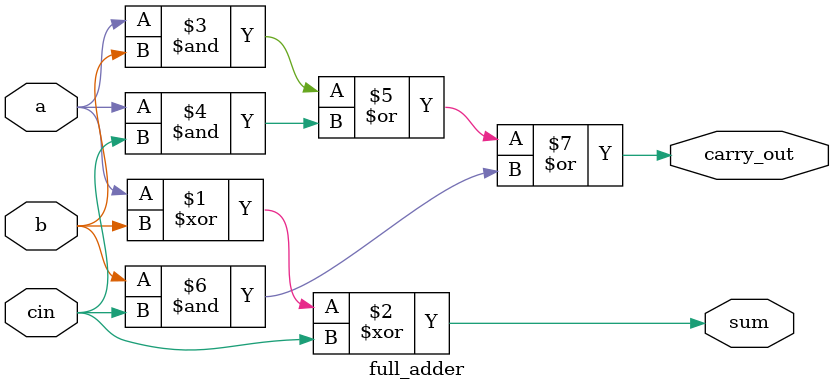
<source format=sv>
module top_module (
	input a,
	input b,
	input cin,
	output cout,
	output sum
);
	// Define internal wires and registers
	wire w1, w2, w3;
	
	// Instantiate three 1-bit full adders
	full_adder fa1(a, b, cin, w1, w2);
	full_adder fa2(w1, w2, 0, w3, cout);
	
	// Assign the output of the second full adder to the sum output
	assign sum = w3;
	
endmodule
module full_adder (
	input a,
	input b,
	input cin,
	output sum,
	output carry_out
);
	// Define internal wires
	wire w1, w2, w3;
	
	// Calculate the sum using XOR gates and assign it to the sum output
	assign sum = a ^ b ^ cin;
	
	// Calculate the carry-out using AND and OR gates and assign it to the carry_out output
	assign carry_out = (a & b) | (a & cin) | (b & cin);
	
endmodule

</source>
